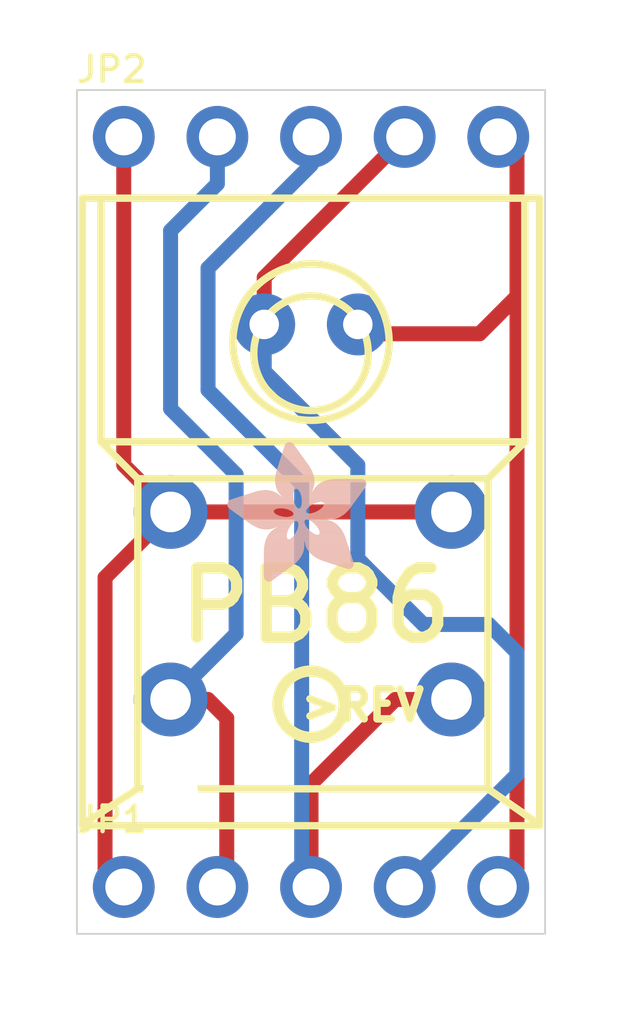
<source format=kicad_pcb>
(kicad_pcb (version 20211014) (generator pcbnew)
  (layers (0 "F.Cu" signal) (31 "B.Cu" signal) (34 "B.Paste" user) (35 "F.Paste" user) (36 "B.SilkS" user "B.Silkscreen") (37 "F.SilkS" user "F.Silkscreen") (38 "B.Mask" user) (39 "F.Mask" user) (44 "Edge.Cuts" user))
  (net 0 "")
  (net 1 "COM")
  (net 2 "NC")
  (net 3 "NO")
  (net 4 "LEDC")
  (net 5 "LEDA")
  (footprint "eagleBoard:PLABEL4" (layer "F.Cu") (at 152.5651 96.2406)
    (fp_text reference "PLABEL4" hide)
    (fp_text value "" hide)
  )
  (footprint "eagleBoard:1X05_ROUND" (layer "F.Cu") (at 148.5011 115.1636)
    (fp_text reference "JP1" (at -6.4262 -1.8288) (layer "F.SilkS") (effects (font (size 0.692831 0.692831) (thickness 0.119969)) (justify left)))
    (fp_text value "")
    (pad "1" thru_hole circle (at -5.08 0 90) (size 1.6764 1.6764) (drill 1) (layers *.Cu *.Mask) (net 1 "COM"))
    (pad "2" thru_hole circle (at -2.54 0 90) (size 1.6764 1.6764) (drill 1) (layers *.Cu *.Mask) (net 3 "NO"))
    (pad "3" thru_hole circle (at 0 0 90) (size 1.6764 1.6764) (drill 1) (layers *.Cu *.Mask) (net 2 "NC"))
    (pad "4" thru_hole circle (at 2.54 0 90) (size 1.6764 1.6764) (drill 1) (layers *.Cu *.Mask) (net 5 "LEDA"))
    (pad "5" thru_hole circle (at 5.08 0 90) (size 1.6764 1.6764) (drill 1) (layers *.Cu *.Mask) (net 4 "LEDC"))
  )
  (footprint "eagleBoard:PLABEL6" (layer "F.Cu") (at 151.4221 114.6556)
    (fp_text reference "PLABEL6" hide)
    (fp_text value "" hide)
  )
  (footprint "eagleBoard:PLABEL3" (layer "F.Cu") (at 151.4221 96.3676)
    (fp_text reference "PLABEL3" hide)
    (fp_text value "" hide)
  )
  (footprint "eagleBoard:PLABEL0" (layer "F.Cu") (at 144.1831 96.2406)
    (fp_text reference "PLABEL0" hide)
    (fp_text value "" hide)
  )
  (footprint "eagleBoard:PB86" (layer "F.Cu") (at 148.5011 105.0036)
    (fp_text reference "SW1" hide)
    (fp_text value "PB86_STEPSWITCH" hide)
    (pad "" np_thru_hole circle (at -3.81 7.625) (size 1.5 1.5) (drill 1.5) (layers *.Cu *.Mask))
    (pad "" np_thru_hole circle (at 3.81 -7.625) (size 1.3 1.3) (drill 1.3) (layers *.Cu *.Mask))
    (pad "1A" thru_hole circle (at -3.81 0) (size 2 2) (drill 1.1) (layers *.Cu *.Mask) (net 1 "COM"))
    (pad "1B" thru_hole circle (at 3.81 0) (size 2 2) (drill 1.1) (layers *.Cu *.Mask) (net 1 "COM"))
    (pad "2" thru_hole circle (at -3.81 5.08) (size 2 2) (drill 1.1) (layers *.Cu *.Mask) (net 3 "NO"))
    (pad "3" thru_hole circle (at 3.81 5.08) (size 2 2) (drill 1.1) (layers *.Cu *.Mask) (net 2 "NC"))
    (pad "LED+" thru_hole circle (at -1.27 -5.08) (size 1.6764 1.6764) (drill 0.8) (layers *.Cu *.Mask) (net 5 "LEDA"))
    (pad "LED-" thru_hole circle (at 1.27 -5.08) (size 1.6764 1.6764) (drill 0.8) (layers *.Cu *.Mask) (net 4 "LEDC"))
  )
  (footprint "eagleBoard:PLABEL8" (layer "F.Cu") (at 146.5961 114.7826)
    (fp_text reference "PLABEL8" hide)
    (fp_text value "" hide)
  )
  (footprint "eagleBoard:PLABEL2" (layer "F.Cu") (at 149.1361 96.2406)
    (fp_text reference "PLABEL2" hide)
    (fp_text value "" hide)
  )
  (footprint "eagleBoard:PCBFEAT-REV-040" (layer "F.Cu") (at 148.5011 110.2106)
    (fp_text reference "U$1" hide)
    (fp_text value "" hide)
    (fp_text user ">REV" (at -0.3556 0.508) (layer "F.SilkS") (effects (font (size 0.8128 0.8128) (thickness 0.2032)) (justify left bottom)))
  )
  (footprint "eagleBoard:PLABEL1" (layer "F.Cu") (at 146.5961 96.2406)
    (fp_text reference "PLABEL1" hide)
    (fp_text value "" hide)
  )
  (footprint "eagleBoard:PLABEL5" (layer "F.Cu") (at 152.6921 114.5286)
    (fp_text reference "PLABEL5" hide)
    (fp_text value "" hide)
  )
  (footprint "eagleBoard:PLABEL9" (layer "F.Cu") (at 149.1361 114.7826)
    (fp_text reference "PLABEL9" hide)
    (fp_text value "" hide)
  )
  (footprint "eagleBoard:1X05_ROUND" (layer "F.Cu") (at 148.5011 94.8436)
    (fp_text reference "JP2" (at -6.4262 -1.8288) (layer "F.SilkS") (effects (font (size 0.692831 0.692831) (thickness 0.119969)) (justify left)))
    (fp_text value "")
    (pad "1" thru_hole circle (at -5.08 0 90) (size 1.6764 1.6764) (drill 1) (layers *.Cu *.Mask) (net 1 "COM"))
    (pad "2" thru_hole circle (at -2.54 0 90) (size 1.6764 1.6764) (drill 1) (layers *.Cu *.Mask) (net 3 "NO"))
    (pad "3" thru_hole circle (at 0 0 90) (size 1.6764 1.6764) (drill 1) (layers *.Cu *.Mask) (net 2 "NC"))
    (pad "4" thru_hole circle (at 2.54 0 90) (size 1.6764 1.6764) (drill 1) (layers *.Cu *.Mask) (net 5 "LEDA"))
    (pad "5" thru_hole circle (at 5.08 0 90) (size 1.6764 1.6764) (drill 1) (layers *.Cu *.Mask) (net 4 "LEDC"))
  )
  (footprint "eagleBoard:PLABEL7" (layer "F.Cu") (at 144.1831 114.7826)
    (fp_text reference "PLABEL7" hide)
    (fp_text value "" hide)
  )
  (footprint "eagleBoard:PLABEL13" (layer "B.Cu") (at 145.7071 95.8596 90)
    (fp_text reference "PLABEL13" hide)
    (fp_text value "" hide)
  )
  (footprint "eagleBoard:PLABEL18" (layer "B.Cu") (at 151.0411 95.8596 90)
    (fp_text reference "PLABEL18" hide)
    (fp_text value "" hide)
  )
  (footprint "eagleBoard:PLABEL12" (layer "B.Cu") (at 146.4691 114.0206 -90)
    (fp_text reference "PLABEL12" hide)
    (fp_text value "" hide)
  )
  (footprint "eagleBoard:ADAFRUIT_3.5MM" (layer "B.Cu") (at 150.0251 106.9086 180)
    (fp_text reference "U$32" hide)
    (fp_text value "" hide)
  )
  (footprint "eagleBoard:PLABEL10" (layer "B.Cu") (at 143.0401 114.0206 -90)
    (fp_text reference "PLABEL10" hide)
    (fp_text value "" hide)
  )
  (footprint "eagleBoard:PLABEL19" (layer "B.Cu") (at 148.5011 95.8596 90)
    (fp_text reference "PLABEL19" hide)
    (fp_text value "" hide)
  )
  (footprint "eagleBoard:PLABEL15" (layer "B.Cu") (at 150.9141 114.1476 -90)
    (fp_text reference "PLABEL15" hide)
    (fp_text value "" hide)
  )
  (footprint "eagleBoard:PLABEL11" (layer "B.Cu") (at 143.4211 95.8596 90)
    (fp_text reference "PLABEL11" hide)
    (fp_text value "" hide)
  )
  (footprint "eagleBoard:PLABEL17" (layer "B.Cu") (at 153.5811 95.8596 90)
    (fp_text reference "PLABEL17" hide)
    (fp_text value "" hide)
  )
  (footprint "eagleBoard:PLABEL14" (layer "B.Cu") (at 148.5011 114.1476 -90)
    (fp_text reference "PLABEL14" hide)
    (fp_text value "" hide)
  )
  (footprint "eagleBoard:PLABEL16" (layer "B.Cu") (at 153.4541 114.0206 -90)
    (fp_text reference "PLABEL16" hide)
    (fp_text value "" hide)
  )
  (gr_line (start 142.1511 116.4336) (end 154.8511 116.4336) (layer "Edge.Cuts") (width 0.05))
  (gr_line (start 142.1511 93.5736) (end 142.1511 116.4336) (layer "Edge.Cuts") (width 0.05))
  (gr_line (start 154.8511 93.5736) (end 142.1511 93.5736) (layer "Edge.Cuts") (width 0.05))
  (gr_line (start 154.8511 116.4336) (end 154.8511 93.5736) (layer "Edge.Cuts") (width 0.05))
  (gr_text "PB86" (at 148.6281 107.5436) (layer "F.SilkS") (effects (font (size 1.878584 1.878584) (thickness 0.305816))))
  (segment (start 142.9131 106.7816) (end 144.6911 105.0036) (width 0.4064) (layer "F.Cu") (net 1))
  (segment (start 143.4211 103.7336) (end 144.6911 105.0036) (width 0.4064) (layer "F.Cu") (net 1))
  (segment (start 143.4211 115.1636) (end 142.9131 114.6556) (width 0.4064) (layer "F.Cu") (net 1))
  (segment (start 142.9131 114.6556) (end 142.9131 106.7816) (width 0.4064) (layer "F.Cu") (net 1))
  (segment (start 144.6911 105.0036) (end 152.3111 105.0036) (width 0.4064) (layer "F.Cu") (net 1))
  (segment (start 143.4211 94.8436) (end 143.4211 103.7336) (width 0.4064) (layer "F.Cu") (net 1))
  (segment (start 148.5011 112.3696) (end 150.7871 110.0836) (width 0.4064) (layer "F.Cu") (net 2))
  (segment (start 148.5011 115.1636) (end 148.5011 112.3696) (width 0.4064) (layer "F.Cu") (net 2))
  (segment (start 150.7871 110.0836) (end 152.3111 110.0836) (width 0.4064) (layer "F.Cu") (net 2))
  (segment (start 148.5011 95.6056) (end 145.7071 98.3996) (width 0.4064) (layer "B.Cu") (net 2))
  (segment (start 145.7071 101.7016) (end 148.2471 104.2416) (width 0.4064) (layer "B.Cu") (net 2))
  (segment (start 148.5011 94.8436) (end 148.5011 95.6056) (width 0.4064) (layer "B.Cu") (net 2))
  (segment (start 145.7071 98.3996) (end 145.7071 101.7016) (width 0.4064) (layer "B.Cu") (net 2))
  (segment (start 148.2471 104.2416) (end 148.2471 114.9096) (width 0.4064) (layer "B.Cu") (net 2))
  (segment (start 148.2471 114.9096) (end 148.5011 115.1636) (width 0.4064) (layer "B.Cu") (net 2))
  (segment (start 145.7071 110.0836) (end 146.2151 110.5916) (width 0.4064) (layer "F.Cu") (net 3))
  (segment (start 146.2151 110.5916) (end 146.2151 114.9096) (width 0.4064) (layer "F.Cu") (net 3))
  (segment (start 144.6911 110.0836) (end 145.7071 110.0836) (width 0.4064) (layer "F.Cu") (net 3))
  (segment (start 146.2151 114.9096) (end 145.9611 115.1636) (width 0.4064) (layer "F.Cu") (net 3))
  (segment (start 146.4691 103.9876) (end 146.4691 108.3056) (width 0.4064) (layer "B.Cu") (net 3))
  (segment (start 145.9611 94.8436) (end 145.9611 96.1136) (width 0.4064) (layer "B.Cu") (net 3))
  (segment (start 146.4691 108.3056) (end 144.6911 110.0836) (width 0.4064) (layer "B.Cu") (net 3))
  (segment (start 144.6911 102.2096) (end 146.4691 103.9876) (width 0.4064) (layer "B.Cu") (net 3))
  (segment (start 145.9611 96.1136) (end 144.6911 97.3836) (width 0.4064) (layer "B.Cu") (net 3))
  (segment (start 144.6911 97.3836) (end 144.6911 102.2096) (width 0.4064) (layer "B.Cu") (net 3))
  (segment (start 153.5811 94.8436) (end 154.0891 95.3516) (width 0.4064) (layer "F.Cu") (net 4))
  (segment (start 154.0891 95.3516) (end 154.0891 99.1616) (width 0.4064) (layer "F.Cu") (net 4))
  (segment (start 150.0251 100.1776) (end 149.7711 99.9236) (width 0.4064) (layer "F.Cu") (net 4))
  (segment (start 153.0731 100.1776) (end 150.0251 100.1776) (width 0.4064) (layer "F.Cu") (net 4))
  (segment (start 154.0891 114.6556) (end 153.5811 115.1636) (width 0.4064) (layer "F.Cu") (net 4))
  (segment (start 154.0891 99.1616) (end 154.0891 114.6556) (width 0.4064) (layer "F.Cu") (net 4))
  (segment (start 153.0731 100.1776) (end 154.0891 99.1616) (width 0.4064) (layer "F.Cu") (net 4))
  (segment (start 147.2311 98.6536) (end 147.2311 99.9236) (width 0.4064) (layer "F.Cu") (net 5))
  (segment (start 151.0411 94.8436) (end 147.2311 98.6536) (width 0.4064) (layer "F.Cu") (net 5))
  (segment (start 154.0891 108.8136) (end 154.0891 112.1156) (width 0.4064) (layer "B.Cu") (net 5))
  (segment (start 149.7711 106.2736) (end 151.5491 108.0516) (width 0.4064) (layer "B.Cu") (net 5))
  (segment (start 154.0891 112.1156) (end 151.0411 115.1636) (width 0.4064) (layer "B.Cu") (net 5))
  (segment (start 153.3271 108.0516) (end 154.0891 108.8136) (width 0.4064) (layer "B.Cu") (net 5))
  (segment (start 151.5491 108.0516) (end 153.3271 108.0516) (width 0.4064) (layer "B.Cu") (net 5))
  (segment (start 147.2311 99.9236) (end 147.2311 101.1936) (width 0.4064) (layer "B.Cu") (net 5))
  (segment (start 147.2311 101.1936) (end 149.7711 103.7336) (width 0.4064) (layer "B.Cu") (net 5))
  (segment (start 149.7711 103.7336) (end 149.7711 106.2736) (width 0.4064) (layer "B.Cu") (net 5))
)
</source>
